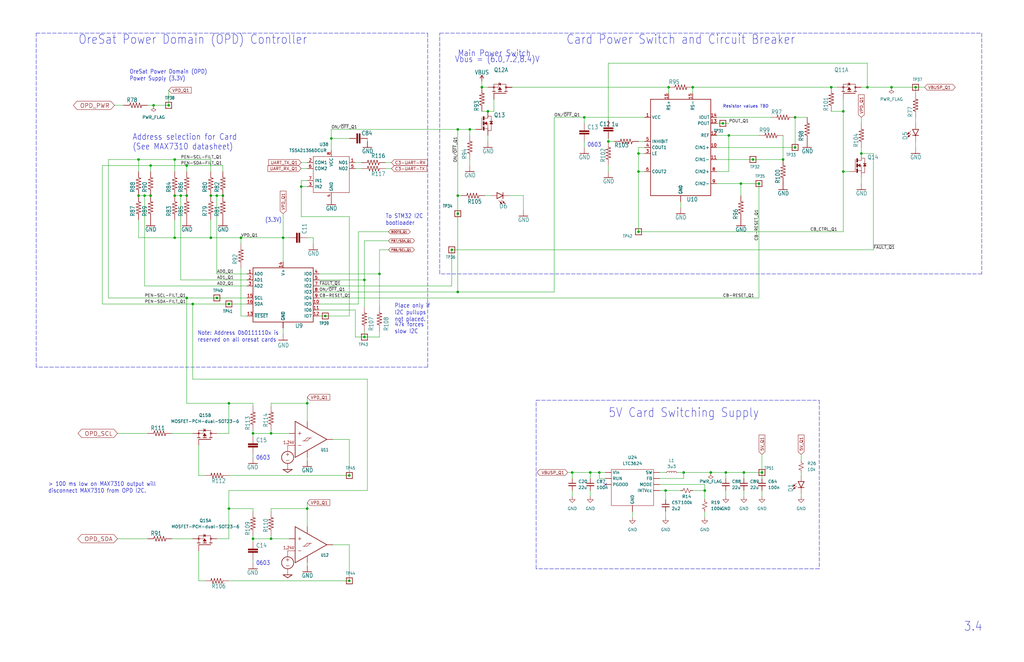
<source format=kicad_sch>
(kicad_sch (version 20211123) (generator eeschema)
  (paper "B")
  (junction (at 280.67 207.01))
  (junction (at 73.66 100.33))
  (junction (at 129.54 170.18))
  (junction (at 288.29 199.39))
  (junction (at 63.5 69.85))
  (junction (at 241.3 199.39))
  (junction (at 248.92 199.39))
  (junction (at 355.6 72.39))
  (junction (at 375.92 36.83))
  (junction (at 193.04 90.17))
  (junction (at 60.96 82.55))
  (junction (at 137.16 133.35))
  (junction (at 78.74 69.85))
  (junction (at 127 78.74))
  (junction (at 335.28 49.53))
  (junction (at 96.52 170.18))
  (junction (at 304.8 52.07))
  (junction (at 58.42 67.31))
  (junction (at 193.04 54.61))
  (junction (at 78.74 82.55))
  (junction (at 63.5 82.55))
  (junction (at 363.22 64.77))
  (junction (at 269.24 72.39))
  (junction (at 317.5 67.31))
  (junction (at 281.94 36.83))
  (junction (at 321.31 199.39))
  (junction (at 106.68 182.88))
  (junction (at 292.1 36.83))
  (junction (at 320.04 77.47))
  (junction (at 297.18 207.01))
  (junction (at 203.2 36.83))
  (junction (at 269.24 64.77))
  (junction (at 252.73 199.39))
  (junction (at 190.5 105.41))
  (junction (at 119.38 100.33))
  (junction (at 160.02 115.57))
  (junction (at 91.44 82.55))
  (junction (at 78.74 125.73))
  (junction (at 93.98 82.55))
  (junction (at 88.9 82.55))
  (junction (at 256.54 59.69))
  (junction (at 96.52 214.63))
  (junction (at 350.52 36.83))
  (junction (at 307.34 57.15))
  (junction (at 96.52 128.27))
  (junction (at 312.42 77.47))
  (junction (at 306.07 199.39))
  (junction (at 193.04 82.55))
  (junction (at 64.77 44.45))
  (junction (at 114.3 227.33))
  (junction (at 355.6 46.99))
  (junction (at 88.9 100.33))
  (junction (at 330.2 67.31))
  (junction (at 147.32 200.66))
  (junction (at 365.76 36.83))
  (junction (at 76.2 82.55))
  (junction (at 335.28 62.23))
  (junction (at 101.6 100.33))
  (junction (at 91.44 125.73))
  (junction (at 139.7 58.42))
  (junction (at 153.67 142.24))
  (junction (at 205.74 46.99))
  (junction (at 106.68 227.33))
  (junction (at 299.72 199.39))
  (junction (at 386.08 36.83))
  (junction (at 58.42 82.55))
  (junction (at 71.12 44.45))
  (junction (at 313.69 199.39))
  (junction (at 73.66 82.55))
  (junction (at 81.28 128.27))
  (junction (at 269.24 97.79))
  (junction (at 147.32 245.11))
  (junction (at 73.66 67.31))
  (junction (at 246.38 49.53))
  (junction (at 129.54 214.63))
  (junction (at 198.12 54.61))
  (junction (at 114.3 182.88))
  (junction (at 153.67 118.11))
  (junction (at 193.04 123.19))
  (no_connect (at 255.27 204.47))
  (wire (pts (xy 337.82 208.28) (xy 337.82 209.55)))
  (wire (pts (xy 73.66 72.39) (xy 73.66 67.31)))
  (wire (pts (xy 389.89 36.83) (xy 386.08 36.83)))
  (wire (pts (xy 233.68 49.53) (xy 246.38 49.53)))
  (wire (pts (xy 96.52 245.11) (xy 147.32 245.11)))
  (wire (pts (xy 269.24 72.39) (xy 271.78 72.39)))
  (wire (pts (xy 297.18 207.01) (xy 297.18 210.82)))
  (wire (pts (xy 149.86 130.81) (xy 149.86 142.24)))
  (wire (pts (xy 106.68 193.04) (xy 106.68 191.77)))
  (wire (pts (xy 106.68 182.88) (xy 114.3 182.88)))
  (wire (pts (xy 165.1 71.12) (xy 162.56 71.12)))
  (wire (pts (xy 104.14 128.27) (xy 96.52 128.27)))
  (wire (pts (xy 205.74 57.15) (xy 205.74 59.69)))
  (wire (pts (xy 52.07 44.45) (xy 48.26 44.45)))
  (wire (pts (xy 256.54 59.69) (xy 259.08 59.69)))
  (wire (pts (xy 139.7 58.42) (xy 139.7 63.5)))
  (wire (pts (xy 101.6 113.03) (xy 101.6 133.35)))
  (wire (pts (xy 299.72 199.39) (xy 306.07 199.39)))
  (wire (pts (xy 256.54 58.42) (xy 256.54 59.69)))
  (wire (pts (xy 106.68 171.45) (xy 106.68 170.18)))
  (wire (pts (xy 127 78.74) (xy 127 91.44)))
  (wire (pts (xy 106.68 184.15) (xy 106.68 182.88)))
  (wire (pts (xy 165.1 68.58) (xy 162.56 68.58)))
  (wire (pts (xy 288.29 199.39) (xy 288.29 201.93)))
  (wire (pts (xy 313.69 207.01) (xy 313.69 209.55)))
  (wire (pts (xy 104.14 118.11) (xy 76.2 118.11)))
  (wire (pts (xy 78.74 72.39) (xy 78.74 69.85)))
  (wire (pts (xy 278.13 201.93) (xy 288.29 201.93)))
  (wire (pts (xy 160.02 105.41) (xy 163.83 105.41)))
  (wire (pts (xy 114.3 171.45) (xy 114.3 170.18)))
  (wire (pts (xy 88.9 100.33) (xy 88.9 92.71)))
  (wire (pts (xy 252.73 201.93) (xy 255.27 201.93)))
  (wire (pts (xy 358.14 72.39) (xy 355.6 72.39)))
  (wire (pts (xy 132.08 100.33) (xy 132.08 102.87)))
  (wire (pts (xy 134.62 130.81) (xy 149.86 130.81)))
  (wire (pts (xy 256.54 26.67) (xy 365.76 26.67)))
  (wire (pts (xy 153.67 139.7) (xy 153.67 142.24)))
  (wire (pts (xy 363.22 49.53) (xy 363.22 52.07)))
  (polyline (pts (xy 180.34 13.97) (xy 180.34 154.94)))
  (wire (pts (xy 106.68 170.18) (xy 96.52 170.18)))
  (wire (pts (xy 271.78 62.23) (xy 269.24 62.23)))
  (wire (pts (xy 64.77 44.45) (xy 71.12 44.45)))
  (wire (pts (xy 160.02 142.24) (xy 160.02 139.7)))
  (wire (pts (xy 317.5 67.31) (xy 302.26 67.31)))
  (wire (pts (xy 350.52 46.99) (xy 355.6 46.99)))
  (wire (pts (xy 193.04 82.55) (xy 193.04 90.17)))
  (wire (pts (xy 119.38 110.49) (xy 119.38 100.33)))
  (wire (pts (xy 203.2 36.83) (xy 205.74 36.83)))
  (polyline (pts (xy 185.42 13.97) (xy 414.02 13.97)))
  (wire (pts (xy 62.23 44.45) (xy 64.77 44.45)))
  (wire (pts (xy 91.44 82.55) (xy 88.9 82.55)))
  (wire (pts (xy 278.13 199.39) (xy 280.67 199.39)))
  (wire (pts (xy 287.02 87.63) (xy 287.02 85.09)))
  (polyline (pts (xy 414.02 115.57) (xy 185.42 115.57)))
  (wire (pts (xy 248.92 207.01) (xy 248.92 209.55)))
  (wire (pts (xy 88.9 100.33) (xy 101.6 100.33)))
  (wire (pts (xy 363.22 64.77) (xy 368.3 64.77)))
  (wire (pts (xy 153.67 118.11) (xy 153.67 129.54)))
  (wire (pts (xy 205.74 46.99) (xy 208.28 46.99)))
  (wire (pts (xy 198.12 54.61) (xy 200.66 54.61)))
  (wire (pts (xy 86.36 200.66) (xy 83.82 200.66)))
  (wire (pts (xy 355.6 72.39) (xy 355.6 97.79)))
  (wire (pts (xy 320.04 77.47) (xy 312.42 77.47)))
  (wire (pts (xy 160.02 115.57) (xy 134.62 115.57)))
  (wire (pts (xy 86.36 245.11) (xy 83.82 245.11)))
  (wire (pts (xy 83.82 245.11) (xy 83.82 232.41)))
  (wire (pts (xy 271.78 59.69) (xy 269.24 59.69)))
  (wire (pts (xy 45.72 125.73) (xy 45.72 67.31)))
  (wire (pts (xy 96.52 170.18) (xy 96.52 182.88)))
  (wire (pts (xy 127 76.2) (xy 127 78.74)))
  (wire (pts (xy 58.42 67.31) (xy 73.66 67.31)))
  (wire (pts (xy 129.54 222.25) (xy 129.54 214.63)))
  (wire (pts (xy 104.14 120.65) (xy 60.96 120.65)))
  (wire (pts (xy 129.54 177.8) (xy 129.54 170.18)))
  (wire (pts (xy 292.1 207.01) (xy 297.18 207.01)))
  (wire (pts (xy 193.04 90.17) (xy 193.04 123.19)))
  (wire (pts (xy 140.335 229.87) (xy 147.32 229.87)))
  (wire (pts (xy 106.68 227.33) (xy 106.68 226.06)))
  (wire (pts (xy 154.94 160.02) (xy 81.28 160.02)))
  (wire (pts (xy 292.1 36.83) (xy 350.52 36.83)))
  (wire (pts (xy 96.52 207.01) (xy 154.94 207.01)))
  (wire (pts (xy 153.67 118.11) (xy 153.67 101.6)))
  (wire (pts (xy 140.335 185.42) (xy 147.32 185.42)))
  (wire (pts (xy 147.32 229.87) (xy 147.32 245.11)))
  (wire (pts (xy 335.28 49.53) (xy 340.36 49.53)))
  (wire (pts (xy 139.7 58.42) (xy 147.32 58.42)))
  (wire (pts (xy 81.28 182.88) (xy 72.39 182.88)))
  (wire (pts (xy 321.31 207.01) (xy 321.31 209.55)))
  (wire (pts (xy 306.07 207.01) (xy 306.07 209.55)))
  (wire (pts (xy 233.68 123.19) (xy 233.68 49.53)))
  (wire (pts (xy 91.44 125.73) (xy 104.14 125.73)))
  (wire (pts (xy 313.69 199.39) (xy 313.69 201.93)))
  (polyline (pts (xy 226.06 168.91) (xy 345.44 168.91)))
  (wire (pts (xy 269.24 64.77) (xy 269.24 72.39)))
  (wire (pts (xy 194.31 82.55) (xy 193.04 82.55)))
  (wire (pts (xy 129.54 100.33) (xy 132.08 100.33)))
  (wire (pts (xy 62.23 182.88) (xy 49.53 182.88)))
  (wire (pts (xy 313.69 199.39) (xy 321.31 199.39)))
  (wire (pts (xy 302.26 72.39) (xy 307.34 72.39)))
  (wire (pts (xy 252.73 199.39) (xy 252.73 201.93)))
  (wire (pts (xy 337.82 191.77) (xy 337.82 194.31)))
  (wire (pts (xy 193.04 54.61) (xy 193.04 82.55)))
  (wire (pts (xy 386.08 36.83) (xy 386.08 39.37)))
  (wire (pts (xy 355.6 97.79) (xy 269.24 97.79)))
  (wire (pts (xy 266.7 215.9) (xy 266.7 218.44)))
  (wire (pts (xy 43.18 128.27) (xy 43.18 69.85)))
  (wire (pts (xy 73.66 100.33) (xy 73.66 92.71)))
  (wire (pts (xy 198.12 67.31) (xy 198.12 69.85)))
  (wire (pts (xy 302.26 49.53) (xy 325.12 49.53)))
  (wire (pts (xy 386.08 59.69) (xy 386.08 62.23)))
  (wire (pts (xy 193.04 54.61) (xy 139.7 54.61)))
  (wire (pts (xy 83.82 200.66) (xy 83.82 187.96)))
  (wire (pts (xy 307.34 57.15) (xy 320.04 57.15)))
  (wire (pts (xy 88.9 72.39) (xy 88.9 67.31)))
  (wire (pts (xy 81.28 160.02) (xy 81.28 128.27)))
  (wire (pts (xy 58.42 100.33) (xy 73.66 100.33)))
  (wire (pts (xy 337.82 199.39) (xy 337.82 200.66)))
  (wire (pts (xy 114.3 226.06) (xy 114.3 227.33)))
  (wire (pts (xy 134.62 128.27) (xy 151.13 128.27)))
  (wire (pts (xy 78.74 125.73) (xy 91.44 125.73)))
  (wire (pts (xy 129.54 76.2) (xy 127 76.2)))
  (wire (pts (xy 239.395 199.39) (xy 241.3 199.39)))
  (wire (pts (xy 63.5 72.39) (xy 63.5 69.85)))
  (wire (pts (xy 190.5 105.41) (xy 190.5 120.65)))
  (wire (pts (xy 307.34 72.39) (xy 307.34 57.15)))
  (wire (pts (xy 129.54 238.76) (xy 129.54 237.49)))
  (wire (pts (xy 106.68 237.49) (xy 106.68 236.22)))
  (wire (pts (xy 129.54 170.18) (xy 114.3 170.18)))
  (polyline (pts (xy 15.24 154.94) (xy 15.24 13.97)))
  (wire (pts (xy 152.4 68.58) (xy 149.86 68.58)))
  (wire (pts (xy 375.92 36.83) (xy 386.08 36.83)))
  (wire (pts (xy 153.67 101.6) (xy 163.83 101.6)))
  (wire (pts (xy 256.54 50.8) (xy 256.54 26.67)))
  (wire (pts (xy 255.27 199.39) (xy 252.73 199.39)))
  (wire (pts (xy 368.3 105.41) (xy 190.5 105.41)))
  (wire (pts (xy 330.2 67.31) (xy 330.2 57.15)))
  (wire (pts (xy 106.68 182.88) (xy 106.68 181.61)))
  (wire (pts (xy 281.94 36.83) (xy 281.94 39.37)))
  (wire (pts (xy 154.94 207.01) (xy 154.94 160.02)))
  (wire (pts (xy 203.2 46.99) (xy 205.74 46.99)))
  (wire (pts (xy 127 71.12) (xy 129.54 71.12)))
  (wire (pts (xy 151.13 97.79) (xy 163.83 97.79)))
  (wire (pts (xy 114.3 181.61) (xy 114.3 182.88)))
  (wire (pts (xy 312.42 82.55) (xy 312.42 77.47)))
  (wire (pts (xy 363.22 62.23) (xy 363.22 64.77)))
  (wire (pts (xy 302.26 57.15) (xy 307.34 57.15)))
  (wire (pts (xy 101.6 102.87) (xy 101.6 100.33)))
  (wire (pts (xy 129.54 170.18) (xy 129.54 167.64)))
  (wire (pts (xy 139.7 54.61) (xy 139.7 58.42)))
  (wire (pts (xy 215.9 36.83) (xy 281.94 36.83)))
  (polyline (pts (xy 345.44 168.91) (xy 345.44 240.03)))
  (wire (pts (xy 149.86 142.24) (xy 153.67 142.24)))
  (wire (pts (xy 220.726 82.55) (xy 220.726 88.646)))
  (wire (pts (xy 81.28 128.27) (xy 43.18 128.27)))
  (wire (pts (xy 246.38 52.07) (xy 246.38 49.53)))
  (wire (pts (xy 62.23 227.33) (xy 49.53 227.33)))
  (wire (pts (xy 96.52 214.63) (xy 96.52 207.01)))
  (wire (pts (xy 204.47 82.55) (xy 207.01 82.55)))
  (wire (pts (xy 152.4 71.12) (xy 149.86 71.12)))
  (wire (pts (xy 297.18 204.47) (xy 297.18 207.01)))
  (wire (pts (xy 60.96 82.55) (xy 58.42 82.55)))
  (wire (pts (xy 154.94 58.42) (xy 154.94 59.69)))
  (wire (pts (xy 114.3 227.33) (xy 121.92 227.33)))
  (wire (pts (xy 288.29 199.39) (xy 299.72 199.39)))
  (wire (pts (xy 214.63 82.55) (xy 220.726 82.55)))
  (wire (pts (xy 78.74 170.18) (xy 78.74 125.73)))
  (wire (pts (xy 58.42 72.39) (xy 58.42 67.31)))
  (polyline (pts (xy 185.42 115.57) (xy 185.42 13.97)))
  (wire (pts (xy 280.67 215.9) (xy 280.67 218.44)))
  (wire (pts (xy 137.16 133.35) (xy 134.62 133.35)))
  (wire (pts (xy 321.31 191.77) (xy 321.31 199.39)))
  (wire (pts (xy 241.3 199.39) (xy 248.92 199.39)))
  (wire (pts (xy 198.12 54.61) (xy 193.04 54.61)))
  (wire (pts (xy 104.14 115.57) (xy 91.44 115.57)))
  (wire (pts (xy 129.54 214.63) (xy 114.3 214.63)))
  (wire (pts (xy 106.68 214.63) (xy 96.52 214.63)))
  (wire (pts (xy 106.68 215.9) (xy 106.68 214.63)))
  (wire (pts (xy 96.52 128.27) (xy 81.28 128.27)))
  (wire (pts (xy 45.72 67.31) (xy 58.42 67.31)))
  (wire (pts (xy 58.42 100.33) (xy 58.42 92.71)))
  (wire (pts (xy 127 68.58) (xy 129.54 68.58)))
  (wire (pts (xy 280.67 207.01) (xy 280.67 210.82)))
  (wire (pts (xy 151.13 128.27) (xy 151.13 97.79)))
  (wire (pts (xy 60.96 120.65) (xy 60.96 82.55)))
  (wire (pts (xy 256.54 72.39) (xy 256.54 69.85)))
  (wire (pts (xy 114.3 182.88) (xy 121.92 182.88)))
  (wire (pts (xy 233.68 123.19) (xy 193.04 123.19)))
  (wire (pts (xy 280.67 207.01) (xy 278.13 207.01)))
  (wire (pts (xy 127 91.44) (xy 147.32 91.44)))
  (wire (pts (xy 81.28 227.33) (xy 72.39 227.33)))
  (wire (pts (xy 278.13 204.47) (xy 297.18 204.47)))
  (wire (pts (xy 302.26 52.07) (xy 304.8 52.07)))
  (wire (pts (xy 365.76 26.67) (xy 365.76 36.83)))
  (wire (pts (xy 302.26 62.23) (xy 335.28 62.23)))
  (wire (pts (xy 93.98 82.55) (xy 91.44 82.55)))
  (wire (pts (xy 73.66 100.33) (xy 88.9 100.33)))
  (wire (pts (xy 134.62 118.11) (xy 153.67 118.11)))
  (wire (pts (xy 78.74 82.55) (xy 76.2 82.55)))
  (polyline (pts (xy 414.02 13.97) (xy 414.02 115.57)))
  (wire (pts (xy 355.6 46.99) (xy 355.6 41.91)))
  (wire (pts (xy 147.32 133.35) (xy 147.32 91.44)))
  (wire (pts (xy 91.44 227.33) (xy 96.52 227.33)))
  (wire (pts (xy 292.1 39.37) (xy 292.1 36.83)))
  (wire (pts (xy 350.52 36.83) (xy 353.06 36.83)))
  (wire (pts (xy 119.38 100.33) (xy 121.92 100.33)))
  (wire (pts (xy 306.07 199.39) (xy 306.07 201.93)))
  (wire (pts (xy 134.62 125.73) (xy 320.04 125.73)))
  (wire (pts (xy 63.5 82.55) (xy 60.96 82.55)))
  (wire (pts (xy 127 78.74) (xy 129.54 78.74)))
  (wire (pts (xy 45.72 125.73) (xy 78.74 125.73)))
  (wire (pts (xy 119.38 140.97) (xy 119.38 138.43)))
  (wire (pts (xy 248.92 199.39) (xy 252.73 199.39)))
  (wire (pts (xy 114.3 215.9) (xy 114.3 214.63)))
  (wire (pts (xy 134.62 123.19) (xy 193.04 123.19)))
  (wire (pts (xy 96.52 214.63) (xy 96.52 227.33)))
  (wire (pts (xy 137.16 133.35) (xy 147.32 133.35)))
  (wire (pts (xy 96.52 200.66) (xy 147.32 200.66)))
  (wire (pts (xy 78.74 69.85) (xy 93.98 69.85)))
  (wire (pts (xy 246.38 49.53) (xy 271.78 49.53)))
  (polyline (pts (xy 180.34 154.94) (xy 15.24 154.94)))
  (wire (pts (xy 43.18 69.85) (xy 63.5 69.85)))
  (wire (pts (xy 91.44 182.88) (xy 96.52 182.88)))
  (wire (pts (xy 241.3 207.01) (xy 241.3 209.55)))
  (wire (pts (xy 269.24 97.79) (xy 269.24 72.39)))
  (polyline (pts (xy 15.24 13.97) (xy 180.34 13.97)))
  (wire (pts (xy 241.3 201.93) (xy 241.3 199.39)))
  (wire (pts (xy 363.22 36.83) (xy 365.76 36.83)))
  (wire (pts (xy 147.32 185.42) (xy 147.32 200.66)))
  (wire (pts (xy 368.3 64.77) (xy 368.3 105.41)))
  (polyline (pts (xy 345.44 240.03) (xy 226.06 240.03)))
  (wire (pts (xy 73.66 67.31) (xy 88.9 67.31)))
  (wire (pts (xy 106.68 227.33) (xy 114.3 227.33)))
  (wire (pts (xy 129.54 194.31) (xy 129.54 193.04)))
  (wire (pts (xy 119.38 100.33) (xy 119.38 90.17)))
  (wire (pts (xy 355.6 46.99) (xy 355.6 72.39)))
  (wire (pts (xy 93.98 69.85) (xy 93.98 72.39)))
  (wire (pts (xy 363.22 74.93) (xy 363.22 77.47)))
  (wire (pts (xy 91.44 115.57) (xy 91.44 82.55)))
  (wire (pts (xy 160.02 105.41) (xy 160.02 115.57)))
  (wire (pts (xy 129.54 214.63) (xy 129.54 212.09)))
  (wire (pts (xy 76.2 82.55) (xy 73.66 82.55)))
  (wire (pts (xy 203.2 34.29) (xy 203.2 36.83)))
  (wire (pts (xy 335.28 62.23) (xy 335.28 49.53)))
  (wire (pts (xy 246.38 62.23) (xy 246.38 59.69)))
  (wire (pts (xy 304.8 52.07) (xy 307.34 52.07)))
  (wire (pts (xy 365.76 36.83) (xy 375.92 36.83)))
  (wire (pts (xy 160.02 129.54) (xy 160.02 115.57)))
  (wire (pts (xy 248.92 199.39) (xy 248.92 201.93)))
  (wire (pts (xy 280.67 207.01) (xy 287.02 207.01)))
  (wire (pts (xy 190.5 120.65) (xy 134.62 120.65)))
  (wire (pts (xy 269.24 64.77) (xy 271.78 64.77)))
  (wire (pts (xy 285.75 199.39) (xy 288.29 199.39)))
  (wire (pts (xy 208.28 46.99) (xy 208.28 41.91)))
  (wire (pts (xy 63.5 69.85) (xy 78.74 69.85)))
  (wire (pts (xy 198.12 57.15) (xy 198.12 54.61)))
  (wire (pts (xy 306.07 199.39) (xy 313.69 199.39)))
  (wire (pts (xy 76.2 118.11) (xy 76.2 82.55)))
  (wire (pts (xy 269.24 62.23) (xy 269.24 64.77)))
  (wire (pts (xy 297.18 215.9) (xy 297.18 218.44)))
  (wire (pts (xy 96.52 170.18) (xy 78.74 170.18)))
  (wire (pts (xy 104.14 133.35) (xy 101.6 133.35)))
  (wire (pts (xy 106.68 227.33) (xy 106.68 228.6)))
  (wire (pts (xy 312.42 77.47) (xy 302.26 77.47)))
  (wire (pts (xy 317.5 67.31) (xy 330.2 67.31)))
  (wire (pts (xy 386.08 49.53) (xy 386.08 52.07)))
  (wire (pts (xy 320.04 125.73) (xy 320.04 77.47)))
  (wire (pts (xy 101.6 100.33) (xy 119.38 100.33)))
  (wire (pts (xy 153.67 142.24) (xy 160.02 142.24)))
  (polyline (pts (xy 226.06 240.03) (xy 226.06 168.91)))
  (wire (pts (xy 71.12 44.45) (xy 71.12 38.1)))
  (wire (pts (xy 321.31 201.93) (xy 321.31 199.39)))
  (text "Place only if\nI2C pullups\nnot placed." (at 166.37 135.89 180) (effects (font (size 1.778 1.5113)) (justify left bottom)))
  (text "Vbus = (6.0,7.2,8.4)V" (at 191.77 26.67 180) (effects (font (size 2.54 2.159)) (justify left bottom)))
  (text "5V Card Switching Supply" (at 256.54 176.53 180) (effects (font (size 3.81 3.2385)) (justify left bottom)))
  (text "To STM32 I2C\nbootloader" (at 162.56 95.25 180) (effects (font (size 1.778 1.5113)) (justify left bottom)))
  (text "0603" (at 247.65 62.23 180) (effects (font (size 1.778 1.5113)) (justify left bottom)))
  (text "Card Power Switch and Circuit Breaker" (at 238.76 19.05 180) (effects (font (size 3.81 3.2385)) (justify left bottom)))
  (text "0603" (at 107.95 238.76 180) (effects (font (size 1.778 1.5113)) (justify left bottom)))
  (text "OreSat Power Domain (OPD) Controller" (at 33.02 19.05 180) (effects (font (size 3.81 3.2385)) (justify left bottom)))
  (text "0603" (at 107.95 194.31 180) (effects (font (size 1.778 1.5113)) (justify left bottom)))
  (text "> 100 ms low on MAX7310 output will\ndisconnect MAX7310 from OPD I2C." (at 20.32 208.28 0) (effects (font (size 1.778 1.5113)) (justify left bottom)))
  (text "Main Power Switch" (at 193.04 24.13 180) (effects (font (size 2.54 2.159)) (justify left bottom)))
  (text "(3.3V)" (at 111.76 93.98 180) (effects (font (size 1.778 1.5113)) (justify left bottom)))
  (text "Resistor values TBD" (at 304.8 45.72 0) (effects (font (size 1.27 1.27)) (justify left bottom)))
  (text "47k forces\nslow I2C" (at 166.37 140.97 180) (effects (font (size 1.778 1.5113)) (justify left bottom)))
  (text "OreSat Power Domain (OPD)\nPower Supply (3.3V)" (at 54.61 34.29 180) (effects (font (size 1.778 1.5113)) (justify left bottom)))
  (text "Address selection for Card\n(See MAX7310 datasheet)" (at 55.88 63.5 0) (effects (font (size 2.54 2.159)) (justify left bottom)))
  (text "Note: Address 0b0111110x is\nreserved on all oresat cards" (at 83.312 144.526 0) (effects (font (size 1.778 1.5113)) (justify left bottom)))
  (text "3.4" (at 406.4 266.7 180) (effects (font (size 3.81 3.2385)) (justify left bottom)))
  (label "ON{slash}~{OFF}_Q1" (at 134.62 123.19 0) (effects (font (size 1.2446 1.2446))))
  (label "VPD_Q1" (at 101.6 100.33 0) (effects (font (size 1.2446 1.2446))))
  (label "AD0_Q1" (at 91.44 115.57 0) (effects (font (size 1.2446 1.2446))))
  (label "PEN-SDA-FILT_Q1" (at 60.96 128.27 0) (effects (font (size 1.2446 1.2446))))
  (label "ON/~{OFF}_Q1" (at 139.7 54.61 0) (effects (font (size 1.2446 1.2446))))
  (label "CB-RESET_Q1" (at 134.62 125.73 0) (effects (font (size 1.2446 1.2446))))
  (label "AD1_Q1" (at 91.44 118.11 0) (effects (font (size 1.2446 1.2446))))
  (label "~{FAULT_Q1}" (at 368.3 105.41 0) (effects (font (size 1.2446 1.2446))))
  (label "PEN-SCL-FILT_Q1" (at 76.2 67.31 0) (effects (font (size 1.2446 1.2446))))
  (label "CB-RESET_Q1" (at 304.8 125.73 0) (effects (font (size 1.2446 1.2446))))
  (label "CB-RESET_Q1" (at 320.04 101.6 90) (effects (font (size 1.2446 1.2446))))
  (label "PEN-SDA-FILT_Q1" (at 76.2 69.85 0) (effects (font (size 1.2446 1.2446))))
  (label "CB_CTRL_Q1" (at 341.63 97.79 0) (effects (font (size 1.2446 1.2446))))
  (label "PEN-SCL-FILT_Q1" (at 60.96 125.73 0) (effects (font (size 1.2446 1.2446))))
  (label "~{FAULT_Q1}" (at 134.62 120.65 0) (effects (font (size 1.2446 1.2446))))
  (label "ON/~{OFF}_Q1" (at 233.68 49.53 0) (effects (font (size 1.2446 1.2446))))
  (label "POUT_Q1" (at 307.34 52.07 0) (effects (font (size 1.2446 1.2446))))
  (label "AD2_Q1" (at 91.44 120.65 0) (effects (font (size 1.2446 1.2446))))
  (label "ON/~{OFF}_Q1" (at 193.04 68.58 90) (effects (font (size 1.2446 1.2446))))
  (global_label "OPD_SDA" (shape bidirectional) (at 49.53 227.33 180) (effects (font (size 1.778 1.778))) (property "Intersheet References" "${INTERSHEET_REFS}" (effects hide)))
  (global_label "UART_RX_Q1" (shape input) (at 127 71.12 180) (property "Intersheet References" "${INTERSHEET_REFS}" (effects hide)))
  (global_label "PB7/SDA_Q1" (shape bidirectional) (at 163.83 101.6 0) (effects (font (size 0.889 0.889))) (property "Intersheet References" "${INTERSHEET_REFS}" (effects hide)))
  (global_label "PB6/SCL_Q1" (shape bidirectional) (at 163.83 105.41 0) (effects (font (size 0.889 0.889))) (property "Intersheet References" "${INTERSHEET_REFS}" (effects hide)))
  (global_label "BOOT0_Q1" (shape bidirectional) (at 163.83 97.79 0) (effects (font (size 0.889 0.889))) (property "Intersheet References" "${INTERSHEET_REFS}" (effects hide)))
  (global_label "C3-UART-TX" (shape input) (at 165.1 71.12 0) (property "Intersheet References" "${INTERSHEET_REFS}" (effects hide)))
  (global_label "VPD_Q1" (shape input) (at 119.38 90.17 90) (property "Intersheet References" "${INTERSHEET_REFS}" (effects hide)))
  (global_label "VPD_Q1" (shape input) (at 129.54 167.64 0) (property "Intersheet References" "${INTERSHEET_REFS}" (effects hide)))
  (global_label "5V_Q1" (shape input) (at 337.82 191.77 90) (property "Intersheet References" "${INTERSHEET_REFS}" (effects hide)))
  (global_label "OPD_SCL" (shape bidirectional) (at 49.53 182.88 180) (effects (font (size 1.778 1.778))) (property "Intersheet References" "${INTERSHEET_REFS}" (effects hide)))
  (global_label "VPD_Q1" (shape input) (at 129.54 212.09 0) (property "Intersheet References" "${INTERSHEET_REFS}" (effects hide)))
  (global_label "VPD_Q1" (shape input) (at 71.12 38.1 0) (property "Intersheet References" "${INTERSHEET_REFS}" (effects hide)))
  (global_label "VPD_Q1" (shape input) (at 363.22 49.53 90) (property "Intersheet References" "${INTERSHEET_REFS}" (effects hide)))
  (global_label "UART_TX_Q1" (shape input) (at 127 68.58 180) (property "Intersheet References" "${INTERSHEET_REFS}" (effects hide)))
  (global_label "5V_Q1" (shape input) (at 321.31 191.77 90) (property "Intersheet References" "${INTERSHEET_REFS}" (effects hide)))
  (global_label "VBUSP_Q1" (shape bidirectional) (at 239.395 199.39 180) (effects (font (size 1.2446 1.2446))) (property "Intersheet References" "${INTERSHEET_REFS}" (effects hide)))
  (global_label "OPD_PWR" (shape bidirectional) (at 48.26 44.45 180) (effects (font (size 1.778 1.778))) (property "Intersheet References" "${INTERSHEET_REFS}" (effects hide)))
  (global_label "C3-UART-RX" (shape input) (at 165.1 68.58 0) (property "Intersheet References" "${INTERSHEET_REFS}" (effects hide)))
  (global_label "VBUSP_Q1" (shape bidirectional) (at 389.89 36.83 0) (effects (font (size 1.2446 1.2446))) (property "Intersheet References" "${INTERSHEET_REFS}" (effects hide)))
  (symbol (lib_id "oresat-acs-card-eagle-import:TEST-POINT-LARGE-SQUARE") (at 137.16 133.35 0) (unit 1)
    (property "Reference" "TP39" (at 134.62 137.16 0) (effects (font (size 1.27 1.0795)) (justify left bottom)))
    (property "Value" "TEST-POINT-LARGE-SQUARE" (effects hide))
    (property "Footprint" "oresat-acs-card:1X01" (effects hide))
  )
  (symbol (lib_id "oresat-acs-card-eagle-import:R-US_0603-C-NOSILK") (at 73.66 87.63 270) (unit 1)
    (property "Reference" "R83" (at 72.1614 91.44 0) (effects (font (size 1.778 1.5113)) (justify right top)))
    (property "Value" "NP" (at 71.882 86.36 0) (effects (font (size 1.778 1.5113)) (justify right top)))
    (property "Footprint" "oresat-acs-card:.0603-C-NOSILK" (effects hide))
    (property "Value" "RC1005F6653CS" (effects hide))
  )
  (symbol (lib_id "oresat-acs-card-eagle-import:GND") (at 312.42 95.25 0) (mirror y) (unit 1)
    (property "Reference" "#GND059" (effects hide))
    (property "Value" "GND" (at 314.96 97.79 0) (effects (font (size 1.778 1.5113)) (justify left bottom)))
  )
  (symbol (lib_id "oresat-acs-card-eagle-import:MOSFET-PCH-dual-SOT23-6") (at 86.36 229.87 90) (unit 1)
    (property "Reference" "Q15" (at 86.614 219.71 90))
    (property "Value" "MOSFET-PCH-dual-SOT23-6" (at 86.614 222.25 90))
    (property "Footprint" "oresat-acs-card:SOT23-6" (effects hide))
  )
  (symbol (lib_id "oresat-acs-card-eagle-import:LED-GREEN0603") (at 337.82 203.2 0) (unit 1)
    (property "Reference" "D1" (at 334.391 207.772 90) (effects (font (size 1.778 1.778)) (justify left bottom)))
    (property "Value" "LED-GREEN0603" (effects hide))
    (property "Footprint" "oresat-acs-card:LED-0603" (effects hide))
    (property "Value" "LED-GREEN0603" (effects hide))
    (property "Description" "Green 525nm LED 3.2V 0603" (effects hide))
    (property "MPN" "150060GS75020" (effects hide))
    (property "Distributor" "DigiKey" (effects hide))
  )
  (symbol (lib_id "oresat-acs-card-eagle-import:R-US_0603-C-NOSILK") (at 91.44 200.66 180) (unit 1)
    (property "Reference" "R112" (at 95.25 201.93 0) (effects (font (size 1.778 1.5113)) (justify left bottom)))
    (property "Value" "665k" (at 88.9 201.93 0) (effects (font (size 1.778 1.5113)) (justify left bottom)))
    (property "Footprint" "oresat-acs-card:.0603-C-NOSILK" (effects hide))
    (property "Value" "RC0603FR-07665KL" (effects hide))
  )
  (symbol (lib_id "oresat-acs-card-eagle-import:R-US_0603-C-NOSILK") (at 264.16 59.69 180) (unit 1)
    (property "Reference" "R103" (at 259.08 62.23 0) (effects (font (size 1.778 1.5113)) (justify right top)))
    (property "Value" "10k" (at 264.16 62.23 0) (effects (font (size 1.778 1.5113)) (justify right top)))
    (property "Footprint" "oresat-acs-card:.0603-C-NOSILK" (effects hide))
    (property "Value" "RC1005F6653CS" (effects hide))
  )
  (symbol (lib_id "power:PWR_FLAG") (at 299.72 199.39 180) (unit 1)
    (property "Reference" "#FLG02" (effects hide))
    (property "Value" "PWR_FLAG" (at 299.72 203.2 0))
  )
  (symbol (lib_id "Device:C_Small") (at 321.31 204.47 0) (unit 1)
    (property "Reference" "C64" (at 323.85 203.2062 0) (effects (justify left)))
    (property "Value" "100n" (at 323.85 205.7462 0) (effects (justify left)))
    (property "Footprint" "Capacitor_SMD:C_0603_1608Metric" (effects hide))
    (property "MPN" "1206YD476MAT2A" (effects hide))
    (property "MFR" "KYOCERA AVX" (effects hide))
    (property "Description" "47 µF ±20% 16V Ceramic Capacitor X5R 1206 (3216 Metric)" (effects hide))
  )
  (symbol (lib_id "Device:C_Small") (at 241.3 204.47 0) (unit 1)
    (property "Reference" "C20" (at 243.84 203.2062 0) (effects (justify left)))
    (property "Value" "22u" (at 243.84 205.7462 0) (effects (justify left)))
    (property "Footprint" "Capacitor_SMD:C_1210_3225Metric" (effects hide))
  )
  (symbol (lib_id "oresat-acs-card-eagle-import:R-US_0603-C-NOSILK") (at 106.68 220.98 90) (unit 1)
    (property "Reference" "R109" (at 105.41 226.06 0) (effects (font (size 1.778 1.5113)) (justify left bottom)))
    (property "Value" "330k" (at 105.41 219.71 0) (effects (font (size 1.778 1.5113)) (justify left bottom)))
    (property "Footprint" "oresat-acs-card:.0603-C-NOSILK" (effects hide))
    (property "Value" "MCT06030C3303FP000" (effects hide))
  )
  (symbol (lib_id "oresat-acs-card-eagle-import:TEST-POINT-LARGE-SQUARE") (at 269.24 97.79 0) (mirror y) (unit 1)
    (property "Reference" "TP42" (at 266.7 100.33 0) (effects (font (size 1.27 1.0795)) (justify left bottom)))
    (property "Value" "TEST-POINT-LARGE-SQUARE" (effects hide))
    (property "Footprint" "oresat-acs-card:1X01" (effects hide))
  )
  (symbol (lib_id "oresat-acs-card-eagle-import:R-US_0603-C-NOSILK") (at 58.42 77.47 270) (unit 1)
    (property "Reference" "R88" (at 56.9214 81.28 0) (effects (font (size 1.778 1.5113)) (justify right top)))
    (property "Value" "NP" (at 56.642 76.2 0) (effects (font (size 1.778 1.5113)) (justify right top)))
    (property "Footprint" "oresat-acs-card:.0603-C-NOSILK" (effects hide))
    (property "Value" "RC1005F6653CS" (effects hide))
  )
  (symbol (lib_id "oresat-acs-card-eagle-import:R-US_0603-C-NOSILK") (at 114.3 176.53 90) (unit 1)
    (property "Reference" "R114" (at 113.03 180.34 0) (effects (font (size 1.778 1.5113)) (justify left bottom)))
    (property "Value" "1M" (at 113.03 173.99 0) (effects (font (size 1.778 1.5113)) (justify left bottom)))
    (property "Footprint" "oresat-acs-card:.0603-C-NOSILK" (effects hide))
    (property "Value" "RC0603FR-071ML" (effects hide))
  )
  (symbol (lib_id "oresat-acs-card-eagle-import:TEST-POINT-LARGE-SQUARE") (at 193.04 90.17 0) (unit 1)
    (property "Reference" "TP34" (at 186.69 87.63 0) (effects (font (size 1.27 1.0795)) (justify left bottom)))
    (property "Value" "TEST-POINT-LARGE-SQUARE" (effects hide))
    (property "Footprint" "oresat-acs-card:1X01" (effects hide))
  )
  (symbol (lib_id "power:GND") (at 248.92 209.55 0) (unit 1)
    (property "Reference" "#PWR025" (effects hide))
    (property "Value" "GND" (at 248.92 214.63 0))
  )
  (symbol (lib_id "Device:R_Small_US") (at 337.82 196.85 0) (unit 1)
    (property "Reference" "R26" (at 340.36 195.5799 0) (effects (justify left)))
    (property "Value" "10k" (at 340.36 198.1199 0) (effects (justify left)))
    (property "Footprint" "Resistor_SMD:R_0603_1608Metric" (effects hide))
  )
  (symbol (lib_id "oresat-acs-card-eagle-import:TEST-POINT-LARGE-SQUARE") (at 321.31 199.39 180) (unit 1)
    (property "Reference" "TP51" (at 326.39 196.85 0) (effects (font (size 1.27 1.0795)) (justify left bottom)))
    (property "Value" "TEST-POINT-LARGE-SQUARE" (effects hide))
    (property "Footprint" "oresat-acs-card:1X01" (effects hide))
  )
  (symbol (lib_id "power:GND") (at 280.67 218.44 0) (unit 1)
    (property "Reference" "#PWR03" (effects hide))
    (property "Value" "GND" (at 280.67 223.52 0))
  )
  (symbol (lib_id "oresat-acs-card-eagle-import:R-US_0603-C-NOSILK") (at 114.3 220.98 90) (unit 1)
    (property "Reference" "R110" (at 113.03 224.79 0) (effects (font (size 1.778 1.5113)) (justify left bottom)))
    (property "Value" "1M" (at 113.03 218.44 0) (effects (font (size 1.778 1.5113)) (justify left bottom)))
    (property "Footprint" "oresat-acs-card:.0603-C-NOSILK" (effects hide))
    (property "Value" "RC0603FR-071ML" (effects hide))
  )
  (symbol (lib_id "oresat-acs-card-eagle-import:GND") (at 63.5 95.25 0) (mirror y) (unit 1)
    (property "Reference" "#GND056" (effects hide))
    (property "Value" "GND" (at 66.04 97.79 0) (effects (font (size 1.778 1.5113)) (justify left bottom)))
  )
  (symbol (lib_id "Device:C_Small") (at 280.67 213.36 0) (unit 1)
    (property "Reference" "C57" (at 283.21 212.0962 0) (effects (justify left)))
    (property "Value" "2u2" (at 283.21 214.6362 0) (effects (justify left)))
    (property "Footprint" "Capacitor_SMD:C_0603_1608Metric" (effects hide))
  )
  (symbol (lib_id "oresat-acs-card-eagle-import:LED-GREEN0603") (at 386.08 54.61 0) (unit 1)
    (property "Reference" "D5" (at 382.651 59.182 90) (effects (font (size 1.778 1.778)) (justify left bottom)))
    (property "Value" "GREEN" (at 387.985 59.182 90) (effects (font (size 1.778 1.778)) (justify left top)))
    (property "Footprint" "oresat-acs-card:LED-0603" (effects hide))
    (property "Value" "SML-E12M8WT86" (effects hide))
  )
  (symbol (lib_id "oresat-acs-card-eagle-import:TEST-POINT-LARGE-SQUARE") (at 153.67 142.24 90) (unit 1)
    (property "Reference" "TP43" (at 151.13 146.05 90) (effects (font (size 1.27 1.0795)) (justify right top)))
    (property "Value" "TEST-POINT-LARGE-SQUARE" (effects hide))
    (property "Footprint" "oresat-acs-card:1X01" (effects hide))
  )
  (symbol (lib_name "MOSFET-PCH-SOT23-6_2") (lib_id "oresat-acs-card-eagle-import:MOSFET-PCH-SOT23-6") (at 358.14 39.37 90) (unit 1)
    (property "Reference" "Q11" (at 351.79 30.48 90) (effects (font (size 1.778 1.5113)) (justify right top)))
    (property "Value" "MOSFET-PCH-SOT23-6" (at 351.79 33.02 90) (effects (font (size 1.778 1.5113)) (justify right top)))
    (property "Footprint" "oresat-acs-card:SOT23-6" (effects hide))
    (property "Value" "MOSFET-PCH-SOT23-6" (effects hide))
  )
  (symbol (lib_id "Device:C_Small") (at 306.07 204.47 0) (unit 1)
    (property "Reference" "C88" (at 308.61 203.2062 0) (effects (justify left)))
    (property "Value" "22u" (at 308.61 205.7462 0) (effects (justify left)))
    (property "Footprint" "Capacitor_SMD:C_1210_3225Metric" (effects hide))
  )
  (symbol (lib_id "oresat-acs-card-eagle-import:TEST-POINT-LARGE-SQUARE") (at 320.04 77.47 180) (unit 1)
    (property "Reference" "TP35" (at 322.58 73.66 0) (effects (font (size 1.27 1.0795)) (justify left bottom)))
    (property "Value" "TEST-POINT-LARGE-SQUARE" (effects hide))
    (property "Footprint" "oresat-acs-card:1X01" (effects hide))
  )
  (symbol (lib_id "U-Linear Tech-LTC3624:LTC3624") (at 266.7 195.58 0) (unit 1)
    (property "Reference" "U24" (at 266.7 193.04 0))
    (property "Value" "LTC3624" (at 266.7 195.58 0))
    (property "Footprint" "oresat-footprints:DFN-8-1EP_3x3mm_P0.5mm_EP1.65x2.38mm_ThermalVias0.3mm" (effects hide))
    (property "Datasheet" "https://www.analog.com/media/en/technical-documentation/data-sheets/36242fd.pdf" (effects hide))
    (property "MFG" "Analog Devices" (effects hide))
    (property "MPN" "LTC3624IDD-5#PBF" (effects hide))
    (property "Description" "IC REG BUCK 5V 2A 8DFN" (effects hide))
  )
  (symbol (lib_id "oresat-acs-card-eagle-import:R-US_0603-C-NOSILK") (at 203.2 41.91 90) (unit 1)
    (property "Reference" "R93" (at 201.93 46.99 0) (effects (font (size 1.778 1.5113)) (justify left bottom)))
    (property "Value" "10k" (at 201.93 40.64 0) (effects (font (size 1.778 1.5113)) (justify left bottom)))
    (property "Footprint" "oresat-acs-card:.0603-C-NOSILK" (effects hide))
    (property "Value" "RC0603FR-0710KL" (effects hide))
  )
  (symbol (lib_id "oresat-acs-card-eagle-import:GND") (at 129.54 241.3 0) (mirror y) (unit 1)
    (property "Reference" "#GND067" (effects hide))
    (property "Value" "GND" (at 132.08 243.84 0) (effects (font (size 1.778 1.5113)) (justify left bottom)))
  )
  (symbol (lib_id "oresat-acs-card-eagle-import:R-US_R1206") (at 287.02 36.83 0) (unit 1)
    (property "Reference" "R95" (at 281.94 35.56 0) (effects (font (size 1.778 1.5113)) (justify left bottom)))
    (property "Value" "100m" (at 288.29 35.56 0) (effects (font (size 1.778 1.5113)) (justify left bottom)))
    (property "Footprint" "oresat-acs-card:R1206" (effects hide))
    (property "Value" "CSR1206FTR100" (effects hide))
  )
  (symbol (lib_id "oresat-acs-card-eagle-import:C-EU0603-C-NOSILK") (at 246.38 54.61 0) (unit 1)
    (property "Reference" "C13" (at 247.65 54.61 0) (effects (font (size 1.778 1.5113)) (justify left bottom)))
    (property "Value" "1u" (at 247.65 59.69 0) (effects (font (size 1.778 1.5113)) (justify left bottom)))
    (property "Footprint" "oresat-acs-card:.0603-C-NOSILK" (effects hide))
    (property "Value" "CC0603KRX7R7BB105" (effects hide))
  )
  (symbol (lib_id "oresat-acs-card-eagle-import:R-US_0603-C-NOSILK") (at 78.74 87.63 90) (unit 1)
    (property "Reference" "R85" (at 77.2414 91.44 0) (effects (font (size 1.778 1.5113)) (justify left bottom)))
    (property "Value" "NP" (at 76.962 86.36 0) (effects (font (size 1.778 1.5113)) (justify left bottom)))
    (property "Footprint" "oresat-acs-card:.0603-C-NOSILK" (effects hide))
    (property "Value" "RC1005F6653CS" (effects hide))
  )
  (symbol (lib_id "power:GND") (at 321.31 209.55 0) (unit 1)
    (property "Reference" "#PWR06" (effects hide))
    (property "Value" "GND" (at 321.31 214.63 0))
  )
  (symbol (lib_id "oresat-acs-card-eagle-import:C-EU0603-C-NOSILK") (at 106.68 186.69 0) (unit 1)
    (property "Reference" "C15" (at 107.95 186.69 0) (effects (font (size 1.778 1.5113)) (justify left bottom)))
    (property "Value" "1u" (at 107.95 191.77 0) (effects (font (size 1.778 1.5113)) (justify left bottom)))
    (property "Footprint" "oresat-acs-card:.0603-C-NOSILK" (effects hide))
    (property "Value" "CC0603KRX7R7BB105" (effects hide))
  )
  (symbol (lib_id "oresat-acs-card-eagle-import:R-US_0603-C-NOSILK") (at 153.67 134.62 90) (unit 1)
    (property "Reference" "R107" (at 157.48 139.7 0) (effects (font (size 1.778 1.5113)) (justify left bottom)))
    (property "Value" "47k" (at 157.48 133.35 0) (effects (font (size 1.778 1.5113)) (justify left bottom)))
    (property "Footprint" "oresat-acs-card:.0603-C-NOSILK" (effects hide))
    (property "Value" "RC0603FR-0747KL" (effects hide))
  )
  (symbol (lib_id "oresat-acs-card-eagle-import:MAX7310") (at 119.38 123.19 0) (unit 1)
    (property "Reference" "U9" (at 124.46 138.43 0) (effects (font (size 1.778 1.5113)) (justify left bottom)))
    (property "Value" "MAX7310ATE" (at 124.46 140.97 0) (effects (font (size 1.778 1.5113)) (justify left bottom)))
    (property "Footprint" "oresat-acs-card:QFN65P400X400X80-17T210" (effects hide))
    (property "Value" "MAX7310ATE" (effects hide))
  )
  (symbol (lib_id "oresat-acs-card-eagle-import:MIC842LYC5") (at 129.54 229.87 0) (unit 1)
    (property "Reference" "U12" (at 135.255 234.95 0) (effects (font (size 1.27 1.0795)) (justify left bottom)))
    (property "Value" "MIC842LYC5" (at 135.255 236.22 0) (effects (font (size 1.27 1.0795)) (justify left bottom)))
    (property "Footprint" "oresat-acs-card:SC70-5" (effects hide))
    (property "Value" "MIC842LYC5-TR" (effects hide))
  )
  (symbol (lib_id "oresat-acs-card-eagle-import:TS5A21366DCUR") (at 139.7 73.66 0) (unit 1)
    (property "Reference" "U38" (at 134.62 60.96 0) (effects (justify left)))
    (property "Value" "TS5A21366DCUR" (at 121.92 63.5 0) (effects (justify left)))
    (property "Footprint" "oresat-acs-card:DCU-R-PDSO-G8" (effects hide))
  )
  (symbol (lib_id "oresat-acs-card-eagle-import:TEST-POINT-LARGE-SQUARE") (at 190.5 105.41 0) (unit 1)
    (property "Reference" "TP36" (at 187.96 109.22 0) (effects (font (size 1.27 1.0795)) (justify left bottom)))
    (property "Value" "TEST-POINT-LARGE-SQUARE" (effects hide))
    (property "Footprint" "oresat-acs-card:1X01" (effects hide))
  )
  (symbol (lib_id "oresat-acs-card-eagle-import:R-US_0603-C-NOSILK") (at 67.31 182.88 0) (unit 1)
    (property "Reference" "R111" (at 63.5 181.61 0) (effects (font (size 1.778 1.5113)) (justify left bottom)))
    (property "Value" "100" (at 69.85 181.61 0) (effects (font (size 1.778 1.5113)) (justify left bottom)))
    (property "Footprint" "oresat-acs-card:.0603-C-NOSILK" (effects hide))
    (property "Value" "RC0603FR-07100RL" (effects hide))
  )
  (symbol (lib_id "oresat-acs-card-eagle-import:GND") (at 132.08 105.41 0) (mirror y) (unit 1)
    (property "Reference" "#GND052" (effects hide))
    (property "Value" "GND" (at 134.62 107.95 0) (effects (font (size 1.778 1.5113)) (justify left bottom)))
  )
  (symbol (lib_id "oresat-acs-card-eagle-import:TEST-POINT-LARGE-SQUARE") (at 335.28 62.23 0) (unit 1)
    (property "Reference" "TP33" (at 331.47 66.04 0) (effects (font (size 1.27 1.0795)) (justify left bottom)))
    (property "Value" "TEST-POINT-LARGE-SQUARE" (effects hide))
    (property "Footprint" "oresat-acs-card:1X01" (effects hide))
  )
  (symbol (lib_id "oresat-acs-card-eagle-import:C-EU0603-C-NOSILK") (at 106.68 231.14 0) (unit 1)
    (property "Reference" "C14" (at 107.95 231.14 0) (effects (font (size 1.778 1.5113)) (justify left bottom)))
    (property "Value" "1u" (at 107.95 236.22 0) (effects (font (size 1.778 1.5113)) (justify left bottom)))
    (property "Footprint" "oresat-acs-card:.0603-C-NOSILK" (effects hide))
    (property "Value" "CC0603KRX7R7BB105" (effects hide))
  )
  (symbol (lib_id "oresat-acs-card-eagle-import:PMV45EN") (at 363.22 69.85 0) (unit 1)
    (property "Reference" "Q14" (at 365.76 67.31 0) (effects (font (size 1.778 1.5113)) (justify left bottom)))
    (property "Value" "PMV45EN" (at 365.76 69.85 0) (effects (font (size 1.778 1.5113)) (justify left bottom)))
    (property "Footprint" "oresat-acs-card:SOT23" (effects hide))
    (property "Value" "PMV45EN2R" (effects hide))
  )
  (symbol (lib_id "oresat-acs-card-eagle-import:GND") (at 78.74 95.25 0) (mirror y) (unit 1)
    (property "Reference" "#GND055" (effects hide))
    (property "Value" "GND" (at 81.28 97.79 0) (effects (font (size 1.778 1.5113)) (justify left bottom)))
  )
  (symbol (lib_id "oresat-acs-card-eagle-import:R-US_0603-C-NOSILK") (at 199.39 82.55 180) (unit 1)
    (property "Reference" "R105" (at 203.2 84.0486 0) (effects (font (size 1.778 1.5113)) (justify left bottom)))
    (property "Value" "4.7k" (at 203.2 79.248 0) (effects (font (size 1.778 1.5113)) (justify left bottom)))
    (property "Footprint" "oresat-acs-card:.0603-C-NOSILK" (effects hide))
    (property "Value" "CRGCQ0603F2K7" (effects hide))
  )
  (symbol (lib_id "oresat-acs-card-eagle-import:R-US_0603-C-NOSILK") (at 57.15 44.45 0) (unit 1)
    (property "Reference" "R78" (at 53.34 43.18 0) (effects (font (size 1.778 1.5113)) (justify left bottom)))
    (property "Value" "10" (at 59.69 43.18 0) (effects (font (size 1.778 1.5113)) (justify left bottom)))
    (property "Footprint" "oresat-acs-card:.0603-C-NOSILK" (effects hide))
    (property "Value" "RC0603FR-0710RL" (effects hide))
  )
  (symbol (lib_id "oresat-acs-card-eagle-import:R-US_0603-C-NOSILK") (at 67.31 227.33 0) (unit 1)
    (property "Reference" "R91" (at 63.5 226.06 0) (effects (font (size 1.778 1.5113)) (justify left bottom)))
    (property "Value" "100" (at 69.85 226.06 0) (effects (font (size 1.778 1.5113)) (justify left bottom)))
    (property "Footprint" "oresat-acs-card:.0603-C-NOSILK" (effects hide))
    (property "Value" "RC0603FR-07100RL" (effects hide))
  )
  (symbol (lib_id "oresat-acs-card-eagle-import:R-US_0603-C-NOSILK") (at 350.52 41.91 90) (unit 1)
    (property "Reference" "R101" (at 349.25 46.99 0) (effects (font (size 1.778 1.5113)) (justify left bottom)))
    (property "Value" "10k" (at 349.25 40.64 0) (effects (font (size 1.778 1.5113)) (justify left bottom)))
    (property "Footprint" "oresat-acs-card:.0603-C-NOSILK" (effects hide))
    (property "Value" "RC0603FR-0710KL" (effects hide))
  )
  (symbol (lib_id "oresat-acs-card-eagle-import:GND") (at 106.68 240.03 0) (unit 1)
    (property "Reference" "#GND070" (effects hide))
    (property "Value" "GND" (at 104.14 242.57 0) (effects (font (size 1.778 1.5113)) (justify left bottom)))
  )
  (symbol (lib_id "oresat-acs-card-eagle-import:R-US_0603-C-NOSILK") (at 157.48 68.58 180) (unit 1)
    (property "Reference" "R116" (at 162.56 64.77 0) (effects (font (size 1.778 1.5113)) (justify left bottom)))
    (property "Value" "10k" (at 156.21 64.77 0) (effects (font (size 1.778 1.5113)) (justify left bottom)))
    (property "Footprint" "oresat-acs-card:.0603-C-NOSILK" (effects hide))
    (property "Value" "RC0603FR-0710KL" (effects hide))
  )
  (symbol (lib_id "oresat-acs-card-eagle-import:R-US_0603-C-NOSILK") (at 325.12 57.15 180) (unit 1)
    (property "Reference" "R99" (at 320.04 55.88 0) (effects (font (size 1.778 1.5113)) (justify right top)))
    (property "Value" "0" (at 326.39 55.88 0) (effects (font (size 1.778 1.5113)) (justify right top)))
    (property "Footprint" "oresat-acs-card:.0603-C-NOSILK" (effects hide))
    (property "Value" "RC0603JR-070RL" (effects hide))
  )
  (symbol (lib_id "oresat-acs-card-eagle-import:R-US_0603-C-NOSILK") (at 386.08 44.45 90) (unit 1)
    (property "Reference" "R77" (at 384.81 49.53 0) (effects (font (size 1.778 1.5113)) (justify left bottom)))
    (property "Value" "10k" (at 384.81 44.45 0) (effects (font (size 1.778 1.5113)) (justify left bottom)))
    (property "Footprint" "oresat-acs-card:.0603-C-NOSILK" (effects hide))
    (property "Value" "CRGCQ0603F2K7" (effects hide))
  )
  (symbol (lib_id "oresat-acs-card-eagle-import:TEST-POINT-LARGE-SQUARE") (at 147.32 200.66 180) (unit 1)
    (property "Reference" "TP45" (at 149.86 196.85 0) (effects (font (size 1.27 1.0795)) (justify left bottom)))
    (property "Value" "TEST-POINT-LARGE-SQUARE" (effects hide))
    (property "Footprint" "oresat-acs-card:1X01" (effects hide))
  )
  (symbol (lib_id "oresat-acs-card-eagle-import:R-US_0603-C-NOSILK") (at 312.42 87.63 90) (unit 1)
    (property "Reference" "R96" (at 311.15 92.71 0) (effects (font (size 1.778 1.5113)) (justify left bottom)))
    (property "Value" "10k" (at 311.15 87.63 0) (effects (font (size 1.778 1.5113)) (justify left bottom)))
    (property "Footprint" "oresat-acs-card:.0603-C-NOSILK" (effects hide))
    (property "Value" "RC0603FR-0710KL" (effects hide))
  )
  (symbol (lib_id "oresat-acs-card-eagle-import:GND") (at 129.54 196.85 0) (mirror y) (unit 1)
    (property "Reference" "#GND069" (effects hide))
    (property "Value" "GND" (at 132.08 199.39 0) (effects (font (size 1.778 1.5113)) (justify left bottom)))
  )
  (symbol (lib_id "power:GND") (at 297.18 218.44 0) (unit 1)
    (property "Reference" "#PWR05" (effects hide))
    (property "Value" "GND" (at 297.18 223.52 0))
  )
  (symbol (lib_id "oresat-acs-card-eagle-import:GND") (at 340.36 62.23 0) (mirror y) (unit 1)
    (property "Reference" "#GND061" (effects hide))
    (property "Value" "GND" (at 342.9 64.77 0) (effects (font (size 1.778 1.5113)) (justify left bottom)))
  )
  (symbol (lib_id "oresat-acs-card-eagle-import:LED-GREEN0603") (at 209.55 82.55 90) (unit 1)
    (property "Reference" "D6" (at 214.122 85.979 90) (effects (font (size 1.778 1.778)) (justify left bottom)))
    (property "Value" "AMBER" (at 214.122 80.645 90) (effects (font (size 1.778 1.778)) (justify left top)))
    (property "Footprint" "oresat-acs-card:LED-0603" (effects hide))
    (property "Value" "IN-S63AT5A" (effects hide))
  )
  (symbol (lib_id "oresat-acs-card-eagle-import:GND") (at 287.02 90.17 0) (mirror y) (unit 1)
    (property "Reference" "#GND053" (effects hide))
    (property "Value" "GND" (at 289.56 92.71 0) (effects (font (size 1.778 1.5113)) (justify left bottom)))
  )
  (symbol (lib_id "oresat-acs-card-eagle-import:MIC842LYC5") (at 129.54 185.42 0) (unit 1)
    (property "Reference" "U11" (at 135.255 190.5 0) (effects (font (size 1.27 1.0795)) (justify left bottom)))
    (property "Value" "MIC842LYC5" (at 135.255 191.77 0) (effects (font (size 1.27 1.0795)) (justify left bottom)))
    (property "Footprint" "oresat-acs-card:SC70-5" (effects hide))
    (property "Value" "MIC842LYC5-TR" (effects hide))
  )
  (symbol (lib_id "oresat-acs-card-eagle-import:TEST-POINT-LARGE-SQUARE") (at 71.12 44.45 180) (unit 1)
    (property "Reference" "TP38" (at 73.66 40.64 0) (effects (font (size 1.27 1.0795)) (justify left bottom)))
    (property "Value" "TEST-POINT-LARGE-SQUARE" (effects hide))
    (property "Footprint" "oresat-acs-card:1X01" (effects hide))
  )
  (symbol (lib_id "oresat-acs-card-eagle-import:R-US_0603-C-NOSILK") (at 330.2 49.53 180) (unit 1)
    (property "Reference" "R97" (at 325.12 48.26 0) (effects (font (size 1.778 1.5113)) (justify right top)))
    (property "Value" "0" (at 331.47 48.26 0) (effects (font (size 1.778 1.5113)) (justify right top)))
    (property "Footprint" "oresat-acs-card:.0603-C-NOSILK" (effects hide))
    (property "Value" "RC0603JR-070RL" (effects hide))
  )
  (symbol (lib_id "oresat-acs-card-eagle-import:MAX4211") (at 287.02 59.69 0) (unit 1)
    (property "Reference" "U10" (at 289.56 85.09 0) (effects (font (size 1.778 1.5113)) (justify left bottom)))
    (property "Value" "MAX4211FETE" (at 289.56 87.63 0) (effects (font (size 1.778 1.5113)) (justify left bottom)))
    (property "Footprint" "oresat-acs-card:QFN65P400X400X80-17T210" (effects hide))
    (property "Value" "MAX4211FETE" (effects hide))
  )
  (symbol (lib_id "power:PWR_FLAG") (at 375.92 36.83 180) (unit 1)
    (property "Reference" "#FLG06" (effects hide))
    (property "Value" "PWR_FLAG" (at 375.92 41.91 0))
  )
  (symbol (lib_id "oresat-acs-card-eagle-import:GND") (at 220.726 91.186 0) (mirror y) (unit 1)
    (property "Reference" "#GND065" (effects hide))
    (property "Value" "GND" (at 223.266 93.726 0) (effects (font (size 1.778 1.5113)) (justify left bottom)))
  )
  (symbol (lib_id "power:GND") (at 306.07 209.55 0) (unit 1)
    (property "Reference" "#PWR026" (effects hide))
    (property "Value" "GND" (at 306.07 214.63 0))
  )
  (symbol (lib_id "oresat-acs-card-eagle-import:R-US_0603-C-NOSILK") (at 88.9 77.47 270) (unit 1)
    (property "Reference" "R80" (at 87.4014 81.28 0) (effects (font (size 1.778 1.5113)) (justify right top)))
    (property "Value" "NP" (at 87.122 76.2 0) (effects (font (size 1.778 1.5113)) (justify right top)))
    (property "Footprint" "oresat-acs-card:.0603-C-NOSILK" (effects hide))
    (property "Value" "RC1005F6653CS" (effects hide))
  )
  (symbol (lib_id "oresat-acs-card-eagle-import:GND") (at 386.08 64.77 0) (mirror y) (unit 1)
    (property "Reference" "#GND050" (effects hide))
    (property "Value" "GND" (at 388.62 67.31 0) (effects (font (size 1.778 1.5113)) (justify left bottom)))
  )
  (symbol (lib_id "oresat-acs-card-eagle-import:R-US_0603-C-NOSILK") (at 93.98 87.63 90) (unit 1)
    (property "Reference" "R81" (at 92.4814 91.44 0) (effects (font (size 1.778 1.5113)) (justify left bottom)))
    (property "Value" "NP" (at 92.202 86.36 0) (effects (font (size 1.778 1.5113)) (justify left bottom)))
    (property "Footprint" "oresat-acs-card:.0603-C-NOSILK" (effects hide))
    (property "Value" "RC1005F6653CS" (effects hide))
  )
  (symbol (lib_id "power:GND") (at 266.7 218.44 0) (unit 1)
    (property "Reference" "#PWR02" (effects hide))
    (property "Value" "GND" (at 266.7 223.52 0))
  )
  (symbol (lib_id "oresat-acs-card-eagle-import:R-US_0603-C-NOSILK") (at 63.5 77.47 90) (unit 1)
    (property "Reference" "R90" (at 62.0014 81.28 0) (effects (font (size 1.778 1.5113)) (justify left bottom)))
    (property "Value" "NP" (at 61.722 76.2 0) (effects (font (size 1.778 1.5113)) (justify left bottom)))
    (property "Footprint" "oresat-acs-card:.0603-C-NOSILK" (effects hide))
    (property "Value" "RC1005F6653CS" (effects hide))
  )
  (symbol (lib_id "oresat-acs-card-eagle-import:TEST-POINT-LARGE-SQUARE") (at 96.52 128.27 0) (unit 1)
    (property "Reference" "TP41" (at 93.98 132.08 0) (effects (font (size 1.27 1.0795)) (justify left bottom)))
    (property "Value" "TEST-POINT-LARGE-SQUARE" (effects hide))
    (property "Footprint" "oresat-acs-card:1X01" (effects hide))
  )
  (symbol (lib_id "oresat-acs-card-eagle-import:R-US_0603-C-NOSILK") (at 157.48 71.12 180) (unit 1)
    (property "Reference" "R117" (at 162.56 72.39 0) (effects (font (size 1.778 1.5113)) (justify left bottom)))
    (property "Value" "10k" (at 156.21 72.39 0) (effects (font (size 1.778 1.5113)) (justify left bottom)))
    (property "Footprint" "oresat-acs-card:.0603-C-NOSILK" (effects hide))
    (property "Value" "RC0603FR-0710KL" (effects hide))
  )
  (symbol (lib_id "Device:L_Small") (at 283.21 199.39 90) (unit 1)
    (property "Reference" "L1" (at 283.21 194.31 90))
    (property "Value" "3u3" (at 283.21 196.85 90))
    (property "Footprint" "oresat-footprints:L_ECS-MPI4040" (effects hide))
    (property "MFR" "Coilcraft" (effects hide))
    (property "MPN" "XGL4030-332MEC" (effects hide))
    (property "Description" "FIXED IND 3.3UH 7.5A 21.9MOHM SM" (effects hide))
  )
  (symbol (lib_id "oresat-acs-card-eagle-import:R-US_0603-C-NOSILK") (at 58.42 87.63 270) (unit 1)
    (property "Reference" "R87" (at 56.9214 91.44 0) (effects (font (size 1.778 1.5113)) (justify right top)))
    (property "Value" "NP" (at 56.642 86.36 0) (effects (font (size 1.778 1.5113)) (justify right top)))
    (property "Footprint" "oresat-acs-card:.0603-C-NOSILK" (effects hide))
    (property "Value" "RC1005F6653CS" (effects hide))
  )
  (symbol (lib_id "oresat-acs-card-eagle-import:R-US_0603-C-NOSILK") (at 363.22 57.15 90) (unit 1)
    (property "Reference" "R104" (at 361.95 62.23 0) (effects (font (size 1.778 1.5113)) (justify left bottom)))
    (property "Value" "10k" (at 361.95 55.88 0) (effects (font (size 1.778 1.5113)) (justify left bottom)))
    (property "Footprint" "oresat-acs-card:.0603-C-NOSILK" (effects hide))
    (property "Value" "RC0603FR-0710KL" (effects hide))
  )
  (symbol (lib_id "oresat-acs-card-eagle-import:R-US_0603-C-NOSILK") (at 93.98 77.47 90) (unit 1)
    (property "Reference" "R82" (at 92.4814 81.28 0) (effects (font (size 1.778 1.5113)) (justify left bottom)))
    (property "Value" "NP" (at 92.202 76.2 0) (effects (font (size 1.778 1.5113)) (justify left bottom)))
    (property "Footprint" "oresat-acs-card:.0603-C-NOSILK" (effects hide))
    (property "Value" "RC1005F6653CS" (effects hide))
  )
  (symbol (lib_id "power:GND") (at 313.69 209.55 0) (unit 1)
    (property "Reference" "#PWR027" (effects hide))
    (property "Value" "GND" (at 313.69 214.63 0))
  )
  (symbol (lib_id "oresat-acs-card-eagle-import:C-EU0603-C-NOSILK") (at 256.54 55.88 0) (mirror x) (unit 1)
    (property "Reference" "C12" (at 252.73 53.34 0) (effects (font (size 1.778 1.5113)) (justify left top)))
    (property "Value" "1u" (at 257.81 53.34 0) (effects (font (size 1.778 1.5113)) (justify left top)))
    (property "Footprint" "oresat-acs-card:.0603-C-NOSILK" (effects hide))
  )
  (symbol (lib_id "oresat-acs-card-eagle-import:TEST-POINT-LARGE-SQUARE") (at 386.08 36.83 0) (unit 1)
    (property "Reference" "TP37" (at 384.81 34.29 0) (effects (font (size 1.27 1.0795)) (justify left bottom)))
    (property "Value" "TEST-POINT-LARGE-SQUARE" (effects hide))
    (property "Footprint" "oresat-acs-card:1X01" (effects hide))
  )
  (symbol (lib_id "oresat-acs-card-eagle-import:R-US_0603-C-NOSILK") (at 160.02 134.62 90) (unit 1)
    (property "Reference" "R108" (at 163.83 139.7 0) (effects (font (size 1.778 1.5113)) (justify left bottom)))
    (property "Value" "47k" (at 163.83 133.35 0) (effects (font (size 1.778 1.5113)) (justify left bottom)))
    (property "Footprint" "oresat-acs-card:.0603-C-NOSILK" (effects hide))
    (property "Value" "RC0603FR-0747KL" (effects hide))
  )
  (symbol (lib_id "Device:R_Small_US") (at 297.18 213.36 0) (unit 1)
    (property "Reference" "R19" (at 299.72 212.0899 0) (effects (justify left)))
    (property "Value" "100k" (at 299.72 214.6299 0) (effects (justify left)))
    (property "Footprint" "Resistor_SMD:R_0603_1608Metric" (effects hide))
  )
  (symbol (lib_id "oresat-acs-card-eagle-import:R-US_0603-C-NOSILK") (at 91.44 245.11 180) (unit 1)
    (property "Reference" "R106" (at 95.25 246.38 0) (effects (font (size 1.778 1.5113)) (justify left bottom)))
    (property "Value" "665k" (at 88.9 246.38 0) (effects (font (size 1.778 1.5113)) (justify left bottom)))
    (property "Footprint" "oresat-acs-card:.0603-C-NOSILK" (effects hide))
    (property "Value" "RC0603FR-07665KL" (effects hide))
  )
  (symbol (lib_id "oresat-acs-card-eagle-import:R-US_0603-C-NOSILK") (at 101.6 107.95 90) (unit 1)
    (property "Reference" "R92" (at 100.1014 111.76 0) (effects (font (size 1.778 1.5113)) (justify left bottom)))
    (property "Value" "10k" (at 99.822 105.41 0) (effects (font (size 1.778 1.5113)) (justify left bottom)))
    (property "Footprint" "oresat-acs-card:.0603-C-NOSILK" (effects hide))
    (property "Value" "RC0603FR-0710KL" (effects hide))
  )
  (symbol (lib_id "oresat-acs-card-eagle-import:VBUS") (at 203.2 31.75 0) (unit 1)
    (property "Reference" "#VBUS03" (effects hide))
    (property "Value" "VBUS" (at 203.2 31.496 0) (effects (font (size 1.778 1.5113)) (justify bottom)))
  )
  (symbol (lib_id "oresat-acs-card-eagle-import:R-US_0603-C-NOSILK") (at 256.54 64.77 90) (unit 1)
    (property "Reference" "R102" (at 255.27 68.58 0) (effects (font (size 1.778 1.5113)) (justify left bottom)))
    (property "Value" "100k" (at 255.27 63.5 0) (effects (font (size 1.778 1.5113)) (justify left bottom)))
    (property "Footprint" "oresat-acs-card:.0603-C-NOSILK" (effects hide))
    (property "Value" "RC1005F6653CS" (effects hide))
  )
  (symbol (lib_id "oresat-acs-card-eagle-import:R-US_0603-C-NOSILK") (at 78.74 77.47 90) (unit 1)
    (property "Reference" "R86" (at 77.2414 81.28 0) (effects (font (size 1.778 1.5113)) (justify left bottom)))
    (property "Value" "NP" (at 76.962 76.2 0) (effects (font (size 1.778 1.5113)) (justify left bottom)))
    (property "Footprint" "oresat-acs-card:.0603-C-NOSILK" (effects hide))
    (property "Value" "RC1005F6653CS" (effects hide))
  )
  (symbol (lib_id "oresat-acs-card-eagle-import:TEST-POINT-LARGE-SQUARE") (at 91.44 125.73 180) (unit 1)
    (property "Reference" "TP40" (at 93.98 121.92 0) (effects (font (size 1.27 1.0795)) (justify left bottom)))
    (property "Value" "TEST-POINT-LARGE-SQUARE" (effects hide))
    (property "Footprint" "oresat-acs-card:1X01" (effects hide))
  )
  (symbol (lib_id "oresat-acs-card-eagle-import:C-EU0603-C-NOSILK") (at 152.4 58.42 270) (mirror x) (unit 1)
    (property "Reference" "C84" (at 152.4 55.245 90) (effects (font (size 1.778 1.5113)) (justify left bottom)))
    (property "Value" "100n" (at 144.145 55.245 90) (effects (font (size 1.778 1.5113)) (justify left bottom)))
    (property "Footprint" "oresat-acs-card:.0603-C-NOSILK" (effects hide))
    (property "Value" "CL10B104KB8NNNL" (effects hide))
  )
  (symbol (lib_id "oresat-acs-card-eagle-import:R-US_0603-C-NOSILK") (at 63.5 87.63 90) (unit 1)
    (property "Reference" "R89" (at 62.0014 91.44 0) (effects (font (size 1.778 1.5113)) (justify left bottom)))
    (property "Value" "NP" (at 61.722 86.36 0) (effects (font (size 1.778 1.5113)) (justify left bottom)))
    (property "Footprint" "oresat-acs-card:.0603-C-NOSILK" (effects hide))
    (property "Value" "RC1005F6653CS" (effects hide))
  )
  (symbol (lib_id "Device:C_Small") (at 248.92 204.47 0) (unit 1)
    (property "Reference" "C87" (at 251.46 203.2062 0) (effects (justify left)))
    (property "Value" "100n" (at 251.46 205.7462 0) (effects (justify left)))
    (property "Footprint" "Capacitor_SMD:C_0603_1608Metric" (effects hide))
  )
  (symbol (lib_name "MOSFET-PCH-SOT23-6_1") (lib_id "oresat-acs-card-eagle-import:MOSFET-PCH-SOT23-6") (at 210.82 39.37 90) (unit 1)
    (property "Reference" "Q12" (at 208.28 30.48 90) (effects (font (size 1.778 1.5113)) (justify right top)))
    (property "Value" "MOSFET-PCH-SOT23-6" (at 208.28 33.02 90) (effects (font (size 1.778 1.5113)) (justify right top)))
    (property "Footprint" "oresat-acs-card:SOT23-6" (effects hide))
    (property "Value" "MOSFET-PCH-SOT23-6" (effects hide))
  )
  (symbol (lib_id "oresat-acs-card-eagle-import:TEST-POINT-LARGE-SQUARE") (at 147.32 245.11 180) (unit 1)
    (property "Reference" "TP44" (at 149.86 241.3 0) (effects (font (size 1.27 1.0795)) (justify left bottom)))
    (property "Value" "TEST-POINT-LARGE-SQUARE" (effects hide))
    (property "Footprint" "oresat-acs-card:1X01" (effects hide))
  )
  (symbol (lib_id "oresat-acs-card-eagle-import:GND") (at 119.38 143.51 0) (mirror y) (unit 1)
    (property "Reference" "#GND051" (effects hide))
    (property "Value" "GND" (at 121.92 146.685 0) (effects (font (size 1.778 1.5113)) (justify left bottom)))
  )
  (symbol (lib_id "oresat-acs-card-eagle-import:R-US_0603-C-NOSILK") (at 73.66 77.47 270) (unit 1)
    (property "Reference" "R84" (at 72.1614 81.28 0) (effects (font (size 1.778 1.5113)) (justify right top)))
    (property "Value" "NP" (at 71.882 76.2 0) (effects (font (size 1.778 1.5113)) (justify right top)))
    (property "Footprint" "oresat-acs-card:.0603-C-NOSILK" (effects hide))
    (property "Value" "RC1005F6653CS" (effects hide))
  )
  (symbol (lib_id "oresat-acs-card-eagle-import:GND") (at 205.74 62.23 0) (mirror y) (unit 1)
    (property "Reference" "#GND057" (effects hide))
    (property "Value" "GND" (at 208.28 64.77 0) (effects (font (size 1.778 1.5113)) (justify left bottom)))
  )
  (symbol (lib_id "oresat-acs-card-eagle-import:R-US_0603-C-NOSILK") (at 106.68 176.53 90) (unit 1)
    (property "Reference" "R113" (at 105.41 181.61 0) (effects (font (size 1.778 1.5113)) (justify left bottom)))
    (property "Value" "330k" (at 105.41 175.26 0) (effects (font (size 1.778 1.5113)) (justify left bottom)))
    (property "Footprint" "oresat-acs-card:.0603-C-NOSILK" (effects hide))
    (property "Value" "MCT06030C3303FP000" (effects hide))
  )
  (symbol (lib_id "oresat-acs-card-eagle-import:R-US_0603-C-NOSILK") (at 330.2 72.39 90) (unit 1)
    (property "Reference" "R100" (at 328.93 77.47 0) (effects (font (size 1.778 1.5113)) (justify left bottom)))
    (property "Value" "NP" (at 328.93 71.12 0) (effects (font (size 1.778 1.5113)) (justify left bottom)))
    (property "Footprint" "oresat-acs-card:.0603-C-NOSILK" (effects hide))
    (property "Value" "RC1005F6653CS" (effects hide))
  )
  (symbol (lib_id "oresat-acs-card-eagle-import:GND") (at 106.68 195.58 0) (unit 1)
    (property "Reference" "#GND071" (effects hide))
    (property "Value" "GND" (at 104.14 198.12 0) (effects (font (size 1.778 1.5113)) (justify left bottom)))
  )
  (symbol (lib_id "power:PWR_FLAG") (at 64.77 44.45 180) (unit 1)
    (property "Reference" "#FLG012" (effects hide))
    (property "Value" "PWR_FLAG" (at 64.77 49.53 0))
  )
  (symbol (lib_id "oresat-acs-card-eagle-import:GND") (at 363.22 80.01 0) (mirror y) (unit 1)
    (property "Reference" "#GND063" (effects hide))
    (property "Value" "GND" (at 365.76 82.55 0) (effects (font (size 1.778 1.5113)) (justify left bottom)))
  )
  (symbol (lib_id "oresat-acs-card-eagle-import:GND") (at 246.38 64.77 0) (mirror y) (unit 1)
    (property "Reference" "#GND064" (effects hide))
    (property "Value" "GND" (at 248.92 67.31 0) (effects (font (size 1.778 1.5113)) (justify left bottom)))
  )
  (symbol (lib_id "oresat-acs-card-eagle-import:PMV45EN") (at 205.74 52.07 0) (unit 1)
    (property "Reference" "Q13" (at 208.28 49.53 0) (effects (font (size 1.778 1.5113)) (justify left bottom)))
    (property "Value" "PMV45EN" (at 208.28 52.07 0) (effects (font (size 1.778 1.5113)) (justify left bottom)))
    (property "Footprint" "oresat-acs-card:SOT23" (effects hide))
    (property "Value" "PMV45EN2R" (effects hide))
  )
  (symbol (lib_id "oresat-acs-card-eagle-import:GND") (at 330.2 80.01 0) (mirror y) (unit 1)
    (property "Reference" "#GND060" (effects hide))
    (property "Value" "GND" (at 332.74 82.55 0) (effects (font (size 1.778 1.5113)) (justify left bottom)))
  )
  (symbol (lib_id "Device:C_Small") (at 313.69 204.47 0) (unit 1)
    (property "Reference" "C89" (at 316.23 203.2062 0) (effects (justify left)))
    (property "Value" "22u" (at 316.23 205.7462 0) (effects (justify left)))
    (property "Footprint" "Capacitor_SMD:C_1210_3225Metric" (effects hide))
  )
  (symbol (lib_id "oresat-acs-card-eagle-import:GND") (at 256.54 74.93 0) (mirror y) (unit 1)
    (property "Reference" "#GND062" (effects hide))
    (property "Value" "GND" (at 259.08 77.47 0) (effects (font (size 1.778 1.5113)) (justify left bottom)))
  )
  (symbol (lib_id "oresat-acs-card-eagle-import:TEST-POINT-LARGE-SQUARE") (at 304.8 52.07 0) (unit 1)
    (property "Reference" "TP31" (at 300.99 55.88 0) (effects (font (size 1.27 1.0795)) (justify left bottom)))
    (property "Value" "TEST-POINT-LARGE-SQUARE" (effects hide))
    (property "Footprint" "oresat-acs-card:1X01" (effects hide))
  )
  (symbol (lib_id "oresat-acs-card-eagle-import:GND") (at 139.7 86.36 0) (mirror y) (unit 1)
    (property "Reference" "#GND0118" (effects hide))
    (property "Value" "GND" (at 142.24 88.9 0) (effects (font (size 1.778 1.5113)) (justify left bottom)))
  )
  (symbol (lib_name "MOSFET-PCH-dual-SOT23-6_1") (lib_id "oresat-acs-card-eagle-import:MOSFET-PCH-dual-SOT23-6") (at 86.36 185.42 90) (unit 2)
    (property "Reference" "Q15" (at 86.487 175.26 90))
    (property "Value" "MOSFET-PCH-dual-SOT23-6" (at 86.487 177.8 90))
    (property "Footprint" "oresat-acs-card:SOT23-6" (effects hide))
  )
  (symbol (lib_id "oresat-acs-card-eagle-import:TEST-POINT-LARGE-SQUARE") (at 317.5 67.31 0) (unit 1)
    (property "Reference" "TP32" (at 316.23 71.12 0) (effects (font (size 1.27 1.0795)) (justify left bottom)))
    (property "Value" "TEST-POINT-LARGE-SQUARE" (effects hide))
    (property "Footprint" "oresat-acs-card:1X01" (effects hide))
  )
  (symbol (lib_id "oresat-acs-card-eagle-import:GND") (at 154.94 62.23 0) (mirror y) (unit 1)
    (property "Reference" "#GND0117" (effects hide))
    (property "Value" "GND" (at 157.48 64.77 0) (effects (font (size 1.778 1.5113)) (justify left bottom)))
  )
  (symbol (lib_id "power:GND") (at 337.82 209.55 0) (unit 1)
    (property "Reference" "#PWR07" (effects hide))
    (property "Value" "GND" (at 337.82 214.63 0))
  )
  (symbol (lib_id "power:GND") (at 241.3 209.55 0) (unit 1)
    (property "Reference" "#PWR01" (effects hide))
    (property "Value" "GND" (at 241.3 214.63 0))
  )
  (symbol (lib_id "oresat-acs-card-eagle-import:R-US_0603-C-NOSILK") (at 198.12 62.23 90) (unit 1)
    (property "Reference" "R94" (at 196.85 67.31 0) (effects (font (size 1.778 1.5113)) (justify left bottom)))
    (property "Value" "10k" (at 196.85 60.96 0) (effects (font (size 1.778 1.5113)) (justify left bottom)))
    (property "Footprint" "oresat-acs-card:.0603-C-NOSILK" (effects hide))
    (property "Value" "RC0603FR-0710KL" (effects hide))
  )
  (symbol (lib_id "oresat-acs-card-eagle-import:GND") (at 198.12 72.39 0) (mirror y) (unit 1)
    (property "Reference" "#GND058" (effects hide))
    (property "Value" "GND" (at 200.66 74.93 0) (effects (font (size 1.778 1.5113)) (justify left bottom)))
  )
  (symbol (lib_id "oresat-acs-card-eagle-import:R-US_0603-C-NOSILK") (at 88.9 87.63 270) (unit 1)
    (property "Reference" "R79" (at 87.4014 91.44 0) (effects (font (size 1.778 1.5113)) (justify right top)))
    (property "Value" "NP" (at 87.122 86.36 0) (effects (font (size 1.778 1.5113)) (justify right top)))
    (property "Footprint" "oresat-acs-card:.0603-C-NOSILK" (effects hide))
    (property "Value" "RC1005F6653CS" (effects hide))
  )
  (symbol (lib_id "oresat-acs-card-eagle-import:R-US_0603-C-NOSILK") (at 340.36 54.61 90) (unit 1)
    (property "Reference" "R98" (at 338.8614 59.69 0) (effects (font (size 1.778 1.5113)) (justify left bottom)))
    (property "Value" "NP" (at 339.09 53.34 0) (effects (font (size 1.778 1.5113)) (justify left bottom)))
    (property "Footprint" "oresat-acs-card:.0603-C-NOSILK" (effects hide))
    (property "Value" "RC1005F6653CS" (effects hide))
  )
  (symbol (lib_id "Device:R_Small_US") (at 289.56 207.01 270) (unit 1)
    (property "Reference" "R14" (at 289.56 209.55 90))
    (property "Value" "100k" (at 289.56 212.09 90))
    (property "Footprint" "Resistor_SMD:R_0603_1608Metric" (effects hide))
  )
  (symbol (lib_id "oresat-acs-card-eagle-import:GND") (at 93.98 95.25 0) (mirror y) (unit 1)
    (property "Reference" "#GND054" (effects hide))
    (property "Value" "GND" (at 96.52 97.79 0) (effects (font (size 1.778 1.5113)) (justify left bottom)))
  )
  (symbol (lib_id "oresat-acs-card-eagle-import:C-EU0603-C-NOSILK") (at 127 100.33 270) (mirror x) (unit 1)
    (property "Reference" "C11" (at 127.381 98.806 0) (effects (font (size 1.778 1.5113)) (justify left bottom)))
    (property "Value" "100n" (at 122.301 98.806 0) (effects (font (size 1.778 1.5113)) (justify left bottom)))
    (property "Footprint" "oresat-acs-card:.0603-C-NOSILK" (effects hide))
    (property "Value" "CL05B104KO5NNNC" (effects hide))
  )
)
</source>
